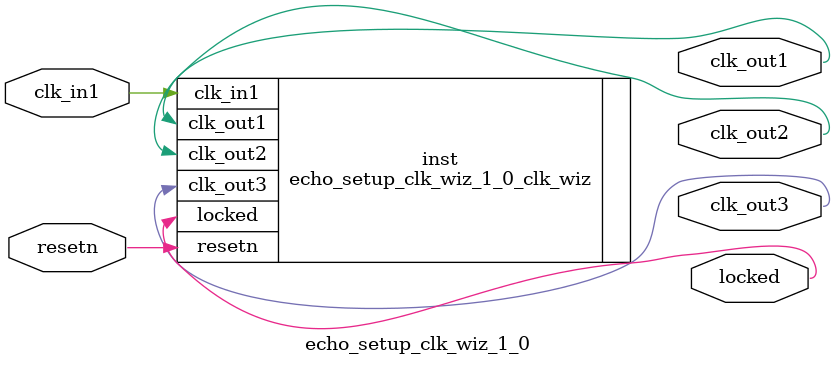
<source format=v>


`timescale 1ps/1ps

(* CORE_GENERATION_INFO = "echo_setup_clk_wiz_1_0,clk_wiz_v6_0_10_0_0,{component_name=echo_setup_clk_wiz_1_0,use_phase_alignment=true,use_min_o_jitter=false,use_max_i_jitter=false,use_dyn_phase_shift=false,use_inclk_switchover=false,use_dyn_reconfig=false,enable_axi=0,feedback_source=FDBK_AUTO,PRIMITIVE=MMCM,num_out_clk=3,clkin1_period=10.000,clkin2_period=10.000,use_power_down=false,use_reset=true,use_locked=true,use_inclk_stopped=false,feedback_type=SINGLE,CLOCK_MGR_TYPE=NA,manual_override=false}" *)

module echo_setup_clk_wiz_1_0 
 (
  // Clock out ports
  output        clk_out1,
  output        clk_out2,
  output        clk_out3,
  // Status and control signals
  input         resetn,
  output        locked,
 // Clock in ports
  input         clk_in1
 );

  echo_setup_clk_wiz_1_0_clk_wiz inst
  (
  // Clock out ports  
  .clk_out1(clk_out1),
  .clk_out2(clk_out2),
  .clk_out3(clk_out3),
  // Status and control signals               
  .resetn(resetn), 
  .locked(locked),
 // Clock in ports
  .clk_in1(clk_in1)
  );

endmodule

</source>
